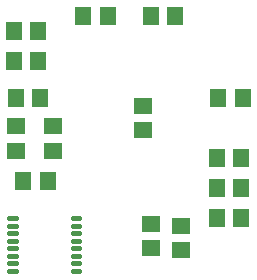
<source format=gbp>
G04 MADE WITH FRITZING*
G04 WWW.FRITZING.ORG*
G04 DOUBLE SIDED*
G04 HOLES PLATED*
G04 CONTOUR ON CENTER OF CONTOUR VECTOR*
%ASAXBY*%
%FSLAX23Y23*%
%MOIN*%
%OFA0B0*%
%SFA1.0B1.0*%
%ADD10R,0.055118X0.059055*%
%ADD11R,0.059055X0.055118*%
%ADD12C,0.016000*%
%LNPASTEMASK0*%
G90*
G70*
G54D10*
X869Y240D03*
X789Y240D03*
X869Y440D03*
X789Y440D03*
G54D11*
X244Y465D03*
X244Y546D03*
G54D10*
X119Y640D03*
X200Y640D03*
X144Y365D03*
X225Y365D03*
X114Y865D03*
X194Y865D03*
X194Y765D03*
X114Y765D03*
X569Y915D03*
X650Y915D03*
G54D11*
X544Y615D03*
X544Y534D03*
X119Y465D03*
X119Y546D03*
G54D10*
X344Y915D03*
X425Y915D03*
X869Y340D03*
X789Y340D03*
G54D11*
X569Y140D03*
X569Y221D03*
G54D10*
X794Y640D03*
X875Y640D03*
G54D11*
X669Y215D03*
X669Y134D03*
G54D12*
X330Y240D02*
X308Y240D01*
D02*
X330Y215D02*
X308Y215D01*
D02*
X330Y190D02*
X308Y190D01*
D02*
X330Y165D02*
X308Y165D01*
D02*
X330Y140D02*
X308Y140D01*
D02*
X330Y115D02*
X308Y115D01*
D02*
X330Y90D02*
X308Y90D01*
D02*
X330Y65D02*
X308Y65D01*
D02*
X118Y64D02*
X96Y64D01*
D02*
X118Y89D02*
X96Y89D01*
D02*
X118Y114D02*
X96Y114D01*
D02*
X118Y139D02*
X96Y139D01*
D02*
X118Y164D02*
X96Y164D01*
D02*
X118Y189D02*
X96Y189D01*
D02*
X118Y214D02*
X96Y214D01*
D02*
X118Y239D02*
X96Y239D01*
G04 End of PasteMask0*
M02*
</source>
